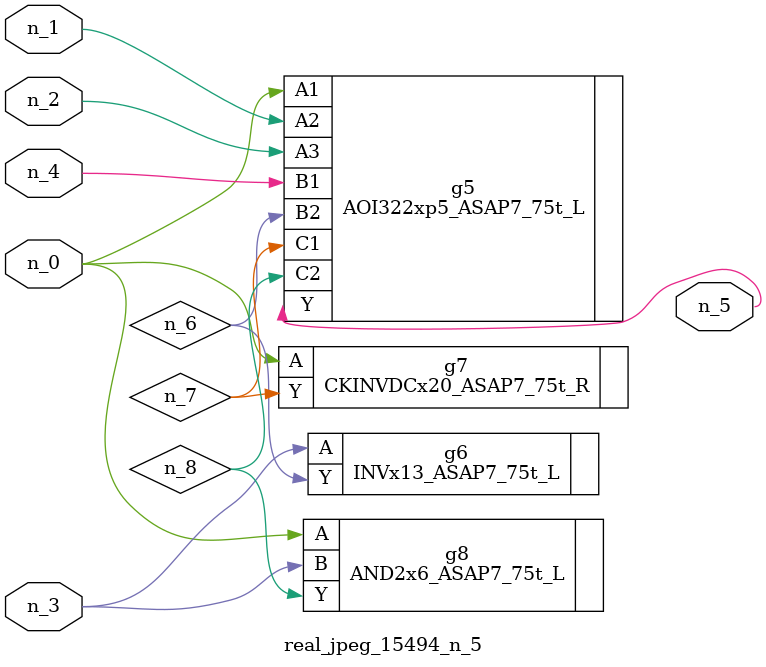
<source format=v>
module real_jpeg_15494_n_5 (n_4, n_0, n_1, n_2, n_3, n_5);

input n_4;
input n_0;
input n_1;
input n_2;
input n_3;

output n_5;

wire n_8;
wire n_6;
wire n_7;

AOI322xp5_ASAP7_75t_L g5 ( 
.A1(n_0),
.A2(n_1),
.A3(n_2),
.B1(n_4),
.B2(n_6),
.C1(n_7),
.C2(n_8),
.Y(n_5)
);

CKINVDCx20_ASAP7_75t_R g7 ( 
.A(n_0),
.Y(n_7)
);

AND2x6_ASAP7_75t_L g8 ( 
.A(n_0),
.B(n_3),
.Y(n_8)
);

INVx13_ASAP7_75t_L g6 ( 
.A(n_3),
.Y(n_6)
);


endmodule
</source>
